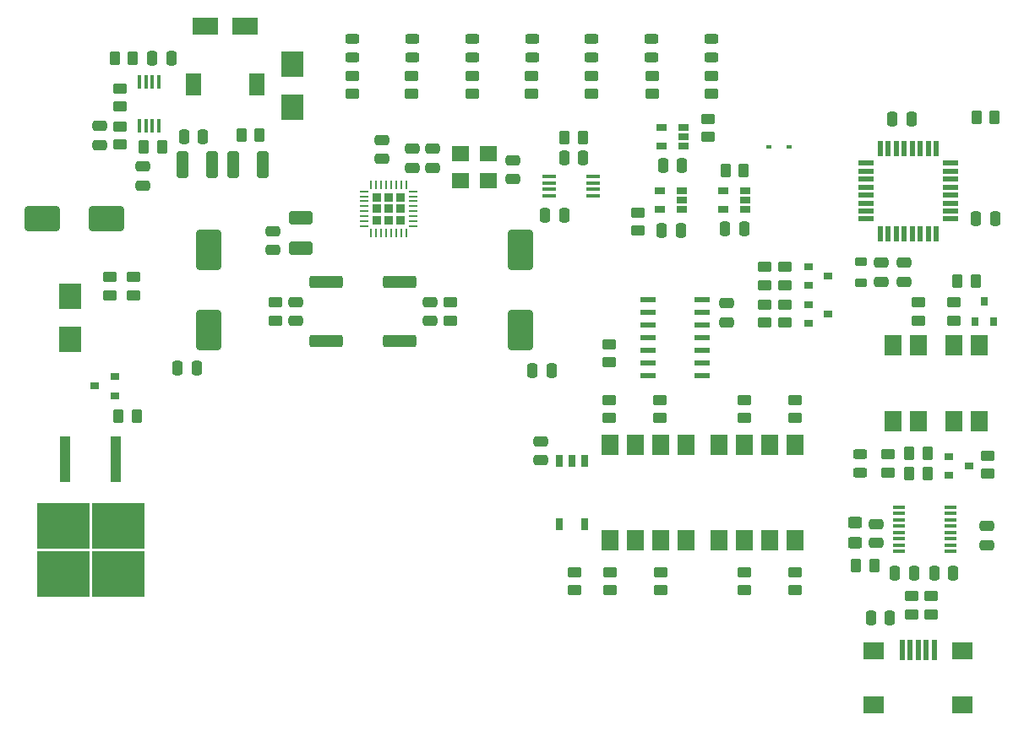
<source format=gbr>
%TF.GenerationSoftware,KiCad,Pcbnew,(6.0.4)*%
%TF.CreationDate,2022-08-06T13:41:48+02:00*%
%TF.ProjectId,HPDriver,48504472-6976-4657-922e-6b696361645f,1.0*%
%TF.SameCoordinates,Original*%
%TF.FileFunction,Paste,Top*%
%TF.FilePolarity,Positive*%
%FSLAX46Y46*%
G04 Gerber Fmt 4.6, Leading zero omitted, Abs format (unit mm)*
G04 Created by KiCad (PCBNEW (6.0.4)) date 2022-08-06 13:41:48*
%MOMM*%
%LPD*%
G01*
G04 APERTURE LIST*
G04 Aperture macros list*
%AMRoundRect*
0 Rectangle with rounded corners*
0 $1 Rounding radius*
0 $2 $3 $4 $5 $6 $7 $8 $9 X,Y pos of 4 corners*
0 Add a 4 corners polygon primitive as box body*
4,1,4,$2,$3,$4,$5,$6,$7,$8,$9,$2,$3,0*
0 Add four circle primitives for the rounded corners*
1,1,$1+$1,$2,$3*
1,1,$1+$1,$4,$5*
1,1,$1+$1,$6,$7*
1,1,$1+$1,$8,$9*
0 Add four rect primitives between the rounded corners*
20,1,$1+$1,$2,$3,$4,$5,0*
20,1,$1+$1,$4,$5,$6,$7,0*
20,1,$1+$1,$6,$7,$8,$9,0*
20,1,$1+$1,$8,$9,$2,$3,0*%
G04 Aperture macros list end*
%ADD10RoundRect,0.250000X0.450000X-0.262500X0.450000X0.262500X-0.450000X0.262500X-0.450000X-0.262500X0*%
%ADD11RoundRect,0.250000X-0.450000X0.262500X-0.450000X-0.262500X0.450000X-0.262500X0.450000X0.262500X0*%
%ADD12RoundRect,0.249900X1.425100X-0.362600X1.425100X0.362600X-1.425100X0.362600X-1.425100X-0.362600X0*%
%ADD13RoundRect,0.250000X-0.262500X-0.450000X0.262500X-0.450000X0.262500X0.450000X-0.262500X0.450000X0*%
%ADD14R,0.800000X0.900000*%
%ADD15RoundRect,0.250000X0.262500X0.450000X-0.262500X0.450000X-0.262500X-0.450000X0.262500X-0.450000X0*%
%ADD16R,0.900000X0.800000*%
%ADD17RoundRect,0.250000X0.475000X-0.250000X0.475000X0.250000X-0.475000X0.250000X-0.475000X-0.250000X0*%
%ADD18RoundRect,0.250000X0.250000X0.475000X-0.250000X0.475000X-0.250000X-0.475000X0.250000X-0.475000X0*%
%ADD19RoundRect,0.243750X-0.456250X0.243750X-0.456250X-0.243750X0.456250X-0.243750X0.456250X0.243750X0*%
%ADD20R,0.500000X2.000000*%
%ADD21R,2.000000X1.700000*%
%ADD22RoundRect,0.250000X-0.475000X0.250000X-0.475000X-0.250000X0.475000X-0.250000X0.475000X0.250000X0*%
%ADD23RoundRect,0.250000X-0.250000X-0.475000X0.250000X-0.475000X0.250000X0.475000X-0.250000X0.475000X0*%
%ADD24RoundRect,0.249999X-0.450001X0.325001X-0.450001X-0.325001X0.450001X-0.325001X0.450001X0.325001X0*%
%ADD25R,2.300000X2.500000*%
%ADD26R,1.800000X1.540000*%
%ADD27R,0.450000X1.450000*%
%ADD28R,1.500000X2.200000*%
%ADD29R,0.800000X1.200000*%
%ADD30R,1.780000X2.000000*%
%ADD31R,1.500000X0.600000*%
%ADD32RoundRect,0.250000X1.000000X-1.750000X1.000000X1.750000X-1.000000X1.750000X-1.000000X-1.750000X0*%
%ADD33R,5.250000X4.550000*%
%ADD34R,1.100000X4.600000*%
%ADD35RoundRect,0.250000X0.325000X1.100000X-0.325000X1.100000X-0.325000X-1.100000X0.325000X-1.100000X0*%
%ADD36R,1.200000X0.400000*%
%ADD37RoundRect,0.250000X-0.325000X-1.100000X0.325000X-1.100000X0.325000X1.100000X-0.325000X1.100000X0*%
%ADD38RoundRect,0.243750X0.456250X-0.243750X0.456250X0.243750X-0.456250X0.243750X-0.456250X-0.243750X0*%
%ADD39R,2.500000X1.800000*%
%ADD40R,1.060000X0.650000*%
%ADD41RoundRect,0.250000X0.925000X-0.412500X0.925000X0.412500X-0.925000X0.412500X-0.925000X-0.412500X0*%
%ADD42RoundRect,0.232500X-0.232500X-0.232500X0.232500X-0.232500X0.232500X0.232500X-0.232500X0.232500X0*%
%ADD43RoundRect,0.062500X-0.375000X-0.062500X0.375000X-0.062500X0.375000X0.062500X-0.375000X0.062500X0*%
%ADD44RoundRect,0.062500X-0.062500X-0.375000X0.062500X-0.375000X0.062500X0.375000X-0.062500X0.375000X0*%
%ADD45R,1.450000X0.450000*%
%ADD46R,0.550000X1.600000*%
%ADD47R,1.600000X0.550000*%
%ADD48RoundRect,0.250100X-0.449900X0.262400X-0.449900X-0.262400X0.449900X-0.262400X0.449900X0.262400X0*%
%ADD49RoundRect,0.250000X1.500000X1.000000X-1.500000X1.000000X-1.500000X-1.000000X1.500000X-1.000000X0*%
%ADD50R,0.600000X0.450000*%
%ADD51RoundRect,0.218750X0.381250X-0.218750X0.381250X0.218750X-0.381250X0.218750X-0.381250X-0.218750X0*%
G04 APERTURE END LIST*
D10*
X123858000Y-76350500D03*
X123858000Y-74525500D03*
D11*
X173990000Y-126722500D03*
X173990000Y-128547500D03*
D12*
X122682000Y-101133500D03*
X122682000Y-95208500D03*
D13*
X94464500Y-108712000D03*
X96289500Y-108712000D03*
D10*
X127762000Y-99083500D03*
X127762000Y-97258500D03*
D14*
X180279000Y-99171000D03*
X182179000Y-99171000D03*
X181229000Y-97171000D03*
D10*
X94615000Y-81430500D03*
X94615000Y-79605500D03*
D15*
X95908500Y-72771000D03*
X94083500Y-72771000D03*
D12*
X115316000Y-101133500D03*
X115316000Y-95208500D03*
D10*
X94615000Y-77620500D03*
X94615000Y-75795500D03*
X110236000Y-99083500D03*
X110236000Y-97258500D03*
X161290000Y-95527500D03*
X161290000Y-93702500D03*
D13*
X106783500Y-80518000D03*
X108608500Y-80518000D03*
D11*
X175895000Y-126722500D03*
X175895000Y-128547500D03*
D10*
X117905000Y-76350500D03*
X117905000Y-74525500D03*
X153924000Y-76350500D03*
X153924000Y-74525500D03*
D16*
X163592000Y-97475000D03*
X163592000Y-99375000D03*
X165592000Y-98425000D03*
D17*
X181483000Y-121600000D03*
X181483000Y-119700000D03*
D18*
X173924000Y-78867000D03*
X172024000Y-78867000D03*
D17*
X136779000Y-113091000D03*
X136779000Y-111191000D03*
D19*
X117905000Y-70817500D03*
X117905000Y-72692500D03*
X153905000Y-70817500D03*
X153905000Y-72692500D03*
D20*
X173025000Y-132115000D03*
X173825000Y-132115000D03*
X174625000Y-132115000D03*
X175425000Y-132115000D03*
X176225000Y-132115000D03*
D21*
X179075000Y-137665000D03*
X170175000Y-132215000D03*
X179075000Y-132215000D03*
X170175000Y-137665000D03*
D16*
X163592000Y-93665000D03*
X163592000Y-95565000D03*
X165592000Y-94615000D03*
D19*
X129905000Y-70817500D03*
X129905000Y-72692500D03*
D22*
X155448000Y-97348000D03*
X155448000Y-99248000D03*
D19*
X123905000Y-70817500D03*
X123905000Y-72692500D03*
D17*
X125730000Y-99121000D03*
X125730000Y-97221000D03*
X112268000Y-99121000D03*
X112268000Y-97221000D03*
D22*
X125984000Y-81854000D03*
X125984000Y-83754000D03*
D17*
X92583000Y-81468000D03*
X92583000Y-79568000D03*
X109982000Y-92009000D03*
X109982000Y-90109000D03*
D18*
X102296000Y-103886000D03*
X100396000Y-103886000D03*
D23*
X176215000Y-124460000D03*
X178115000Y-124460000D03*
X135956000Y-104140000D03*
X137856000Y-104140000D03*
D22*
X170434000Y-119512000D03*
X170434000Y-121412000D03*
D18*
X171765000Y-128905000D03*
X169865000Y-128905000D03*
D17*
X133985000Y-84897000D03*
X133985000Y-82997000D03*
D23*
X101031000Y-80645000D03*
X102931000Y-80645000D03*
D18*
X174178000Y-124460000D03*
X172278000Y-124460000D03*
D24*
X168275000Y-119362000D03*
X168275000Y-121412000D03*
D25*
X111887000Y-77715000D03*
X111887000Y-73415000D03*
D26*
X131575000Y-85033000D03*
X131575000Y-82353000D03*
X128775000Y-82353000D03*
X128775000Y-85033000D03*
D27*
X98511000Y-75143000D03*
X97861000Y-75143000D03*
X97211000Y-75143000D03*
X96561000Y-75143000D03*
X96561000Y-79543000D03*
X97211000Y-79543000D03*
X97861000Y-79543000D03*
X98511000Y-79543000D03*
D28*
X101956000Y-75438000D03*
X108356000Y-75438000D03*
D29*
X138684000Y-119482000D03*
X141224000Y-119482000D03*
X141224000Y-113182000D03*
X139954000Y-113182000D03*
X138684000Y-113182000D03*
D25*
X89662000Y-100956000D03*
X89662000Y-96656000D03*
D16*
X94091000Y-104714000D03*
X92091000Y-105664000D03*
X94091000Y-106614000D03*
D30*
X143764000Y-121097000D03*
X146304000Y-121097000D03*
X148844000Y-121097000D03*
X151384000Y-121097000D03*
X151384000Y-111567000D03*
X148844000Y-111567000D03*
X146304000Y-111567000D03*
X143764000Y-111567000D03*
X162306000Y-111567000D03*
X159766000Y-111567000D03*
X157226000Y-111567000D03*
X154686000Y-111567000D03*
X154686000Y-121097000D03*
X157226000Y-121097000D03*
X159766000Y-121097000D03*
X162306000Y-121097000D03*
D31*
X147541000Y-97028000D03*
X147541000Y-98298000D03*
X147541000Y-99568000D03*
X147541000Y-100838000D03*
X147541000Y-102108000D03*
X147541000Y-103378000D03*
X147541000Y-104648000D03*
X152941000Y-104648000D03*
X152941000Y-103378000D03*
X152941000Y-102108000D03*
X152941000Y-100838000D03*
X152941000Y-99568000D03*
X152941000Y-98298000D03*
X152941000Y-97028000D03*
D11*
X181610000Y-112625500D03*
X181610000Y-114450500D03*
D10*
X135891000Y-76350500D03*
X135891000Y-74525500D03*
D19*
X147905000Y-70817500D03*
X147905000Y-72692500D03*
D10*
X147971000Y-76350500D03*
X147971000Y-74525500D03*
D11*
X143764000Y-124309500D03*
X143764000Y-126134500D03*
X162306000Y-124309500D03*
X162306000Y-126134500D03*
D10*
X148717000Y-108862500D03*
X148717000Y-107037500D03*
D11*
X157226000Y-107037500D03*
X157226000Y-108862500D03*
X143637000Y-101449500D03*
X143637000Y-103274500D03*
D10*
X143637000Y-108862500D03*
X143637000Y-107037500D03*
X161290000Y-99314000D03*
X161290000Y-97489000D03*
X178181000Y-99083500D03*
X178181000Y-97258500D03*
D11*
X157226000Y-124309500D03*
X157226000Y-126134500D03*
X174625000Y-97258500D03*
X174625000Y-99083500D03*
D13*
X173712500Y-114427000D03*
X175537500Y-114427000D03*
D11*
X162306000Y-107037500D03*
X162306000Y-108862500D03*
D13*
X173712500Y-112395000D03*
X175537500Y-112395000D03*
D15*
X180363500Y-95123000D03*
X178538500Y-95123000D03*
D11*
X140208000Y-124309500D03*
X140208000Y-126134500D03*
D32*
X103505000Y-100012000D03*
X103505000Y-92012000D03*
D23*
X97856000Y-72771000D03*
X99756000Y-72771000D03*
D33*
X88919000Y-119695000D03*
X94469000Y-119695000D03*
X88919000Y-124545000D03*
X94469000Y-124545000D03*
D34*
X94234000Y-112970000D03*
X89154000Y-112970000D03*
D35*
X108917000Y-83439000D03*
X105967000Y-83439000D03*
D30*
X174625000Y-101600000D03*
X172085000Y-101600000D03*
X172085000Y-109220000D03*
X174625000Y-109220000D03*
D36*
X177860000Y-122237500D03*
X177860000Y-121602500D03*
X177860000Y-120967500D03*
X177860000Y-120332500D03*
X177860000Y-119697500D03*
X177860000Y-119062500D03*
X177860000Y-118427500D03*
X177860000Y-117792500D03*
X172660000Y-117792500D03*
X172660000Y-118427500D03*
X172660000Y-119062500D03*
X172660000Y-119697500D03*
X172660000Y-120332500D03*
X172660000Y-120967500D03*
X172660000Y-121602500D03*
X172660000Y-122237500D03*
D37*
X100887000Y-83439000D03*
X103837000Y-83439000D03*
D30*
X178181000Y-109220000D03*
X180721000Y-109220000D03*
X180721000Y-101600000D03*
X178181000Y-101600000D03*
D10*
X129938000Y-76350500D03*
X129938000Y-74525500D03*
D19*
X135905000Y-70817500D03*
X135905000Y-72692500D03*
D11*
X148844000Y-124309500D03*
X148844000Y-126134500D03*
D38*
X168783000Y-114348500D03*
X168783000Y-112473500D03*
D10*
X171577000Y-114323500D03*
X171577000Y-112498500D03*
D16*
X177689000Y-112715000D03*
X177689000Y-114615000D03*
X179689000Y-113665000D03*
D17*
X120904000Y-82865000D03*
X120904000Y-80965000D03*
X123952000Y-83754000D03*
X123952000Y-81854000D03*
D13*
X97028000Y-81661000D03*
X98853000Y-81661000D03*
D22*
X96901000Y-83632000D03*
X96901000Y-85532000D03*
D39*
X103156000Y-69596000D03*
X107156000Y-69596000D03*
D40*
X150960000Y-87945000D03*
X150960000Y-86995000D03*
X150960000Y-86045000D03*
X148760000Y-86045000D03*
X148760000Y-87945000D03*
X157310000Y-87945000D03*
X157310000Y-86995000D03*
X157310000Y-86045000D03*
X155110000Y-86045000D03*
X155110000Y-87945000D03*
X151087000Y-81595000D03*
X151087000Y-80645000D03*
X151087000Y-79695000D03*
X148887000Y-79695000D03*
X148887000Y-81595000D03*
D23*
X149037000Y-83566000D03*
X150937000Y-83566000D03*
X155260000Y-89916000D03*
X157160000Y-89916000D03*
X148910000Y-90043000D03*
X150810000Y-90043000D03*
D11*
X146558000Y-88241500D03*
X146558000Y-90066500D03*
D13*
X155297500Y-84074000D03*
X157122500Y-84074000D03*
D41*
X112776000Y-91834500D03*
X112776000Y-88759500D03*
D42*
X120389000Y-89027000D03*
X120389000Y-86727000D03*
X121539000Y-86727000D03*
X121539000Y-87877000D03*
X122689000Y-87877000D03*
X122689000Y-89027000D03*
X121539000Y-89027000D03*
X122689000Y-86727000D03*
X120389000Y-87877000D03*
D43*
X119101500Y-86127000D03*
X119101500Y-86627000D03*
X119101500Y-87127000D03*
X119101500Y-87627000D03*
X119101500Y-88127000D03*
X119101500Y-88627000D03*
X119101500Y-89127000D03*
X119101500Y-89627000D03*
D44*
X119789000Y-90314500D03*
X120289000Y-90314500D03*
X120789000Y-90314500D03*
X121289000Y-90314500D03*
X121789000Y-90314500D03*
X122289000Y-90314500D03*
X122789000Y-90314500D03*
X123289000Y-90314500D03*
D43*
X123976500Y-89627000D03*
X123976500Y-89127000D03*
X123976500Y-88627000D03*
X123976500Y-88127000D03*
X123976500Y-87627000D03*
X123976500Y-87127000D03*
X123976500Y-86627000D03*
X123976500Y-86127000D03*
D44*
X123289000Y-85439500D03*
X122789000Y-85439500D03*
X122289000Y-85439500D03*
X121789000Y-85439500D03*
X121289000Y-85439500D03*
X120789000Y-85439500D03*
X120289000Y-85439500D03*
X119789000Y-85439500D03*
D23*
X139131000Y-82804000D03*
X141031000Y-82804000D03*
X137226000Y-88519000D03*
X139126000Y-88519000D03*
D13*
X139159500Y-80772000D03*
X140984500Y-80772000D03*
D11*
X153543000Y-78843500D03*
X153543000Y-80668500D03*
D45*
X142027000Y-86573000D03*
X142027000Y-85923000D03*
X142027000Y-85273000D03*
X142027000Y-84623000D03*
X137627000Y-84623000D03*
X137627000Y-85273000D03*
X137627000Y-85923000D03*
X137627000Y-86573000D03*
D10*
X159258000Y-95527500D03*
X159258000Y-93702500D03*
D32*
X134747000Y-100012000D03*
X134747000Y-92012000D03*
D13*
X180443500Y-78740000D03*
X182268500Y-78740000D03*
D46*
X176409000Y-81856000D03*
X175609000Y-81856000D03*
X174809000Y-81856000D03*
X174009000Y-81856000D03*
X173209000Y-81856000D03*
X172409000Y-81856000D03*
X171609000Y-81856000D03*
X170809000Y-81856000D03*
D47*
X169359000Y-83306000D03*
X169359000Y-84106000D03*
X169359000Y-84906000D03*
X169359000Y-85706000D03*
X169359000Y-86506000D03*
X169359000Y-87306000D03*
X169359000Y-88106000D03*
X169359000Y-88906000D03*
D46*
X170809000Y-90356000D03*
X171609000Y-90356000D03*
X172409000Y-90356000D03*
X173209000Y-90356000D03*
X174009000Y-90356000D03*
X174809000Y-90356000D03*
X175609000Y-90356000D03*
X176409000Y-90356000D03*
D47*
X177859000Y-88906000D03*
X177859000Y-88106000D03*
X177859000Y-87306000D03*
X177859000Y-86506000D03*
X177859000Y-85706000D03*
X177859000Y-84906000D03*
X177859000Y-84106000D03*
X177859000Y-83306000D03*
D10*
X96012000Y-96543500D03*
X96012000Y-94718500D03*
D11*
X93599000Y-94718500D03*
D48*
X93599000Y-96543500D03*
D49*
X93293000Y-88900000D03*
X86793000Y-88900000D03*
D15*
X170203500Y-123698000D03*
X168378500Y-123698000D03*
D11*
X159258000Y-97489000D03*
X159258000Y-99314000D03*
D50*
X161705000Y-81661000D03*
X159605000Y-81661000D03*
D23*
X180406000Y-88900000D03*
X182306000Y-88900000D03*
D10*
X141891000Y-76350500D03*
X141891000Y-74525500D03*
D51*
X168910000Y-95296500D03*
X168910000Y-93171500D03*
D22*
X170942000Y-93284000D03*
X170942000Y-95184000D03*
X173228000Y-93284000D03*
X173228000Y-95184000D03*
D19*
X141905000Y-70817500D03*
X141905000Y-72692500D03*
M02*

</source>
